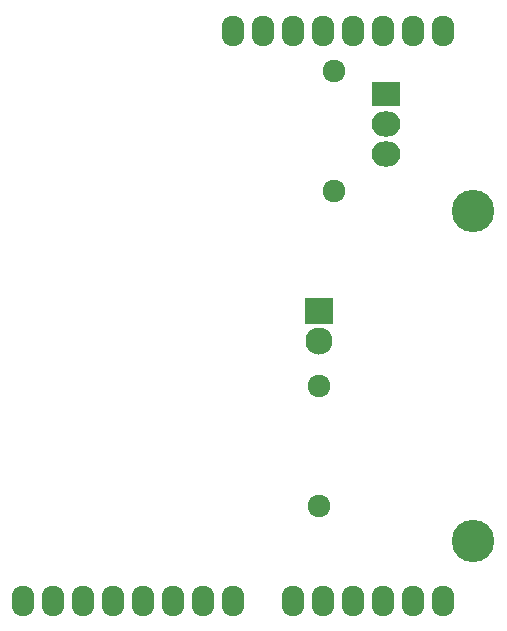
<source format=gbs>
G04 #@! TF.FileFunction,Soldermask,Bot*
%FSLAX46Y46*%
G04 Gerber Fmt 4.6, Leading zero omitted, Abs format (unit mm)*
G04 Created by KiCad (PCBNEW 4.0.2-stable) date 2016/6/2 上午 01:45:21*
%MOMM*%
G01*
G04 APERTURE LIST*
%ADD10C,0.100000*%
%ADD11O,1.924000X2.599640*%
%ADD12C,3.597860*%
%ADD13O,1.924000X2.597100*%
%ADD14R,2.400000X2.300000*%
%ADD15C,2.300000*%
%ADD16C,1.924000*%
%ADD17R,2.432000X2.127200*%
%ADD18O,2.432000X2.127200*%
G04 APERTURE END LIST*
D10*
D11*
X194700501Y-143265501D03*
X197240501Y-143265501D03*
X199780501Y-143265501D03*
X202320501Y-143265501D03*
X204860501Y-143265501D03*
X207400501Y-143265501D03*
X209940501Y-143265501D03*
X212480501Y-143265501D03*
X217560501Y-143265501D03*
X220100501Y-143265501D03*
X222640501Y-143265501D03*
X225180501Y-143265501D03*
X227720501Y-143265501D03*
X230260501Y-143265501D03*
D12*
X232800501Y-138185501D03*
D13*
X230260501Y-95005501D03*
X227720501Y-95005501D03*
X225180501Y-95005501D03*
X222640501Y-95005501D03*
X220100501Y-95005501D03*
X217560501Y-95005501D03*
X215020501Y-95005501D03*
X212480501Y-95005501D03*
D12*
X232800501Y-110245501D03*
D14*
X219710000Y-118745000D03*
D15*
X219710000Y-121285000D03*
D16*
X220980000Y-108585000D03*
X220980000Y-98425000D03*
X219710000Y-135255000D03*
X219710000Y-125095000D03*
D17*
X225425000Y-100330000D03*
D18*
X225425000Y-102870000D03*
X225425000Y-105410000D03*
M02*

</source>
